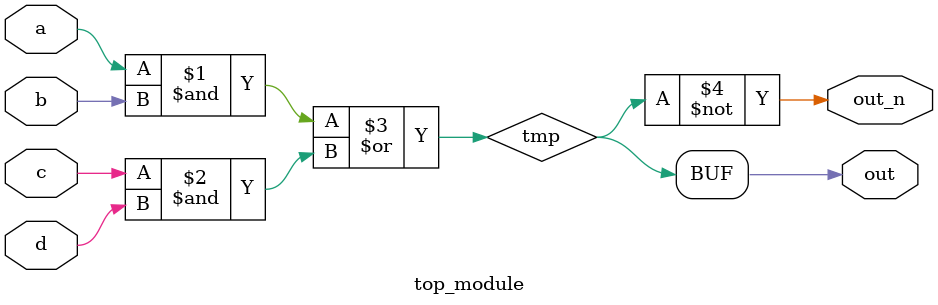
<source format=v>
`default_nettype none
module top_module(input a,
                  input b,
                  input c,
                  input d,
                  output out,
                  output out_n);
    
    wire tmp = (a & b) | (c & d); // 能不能这样赋值初始化
    
    assign {out, out_n} = {tmp, ~tmp};
    
endmodule

</source>
